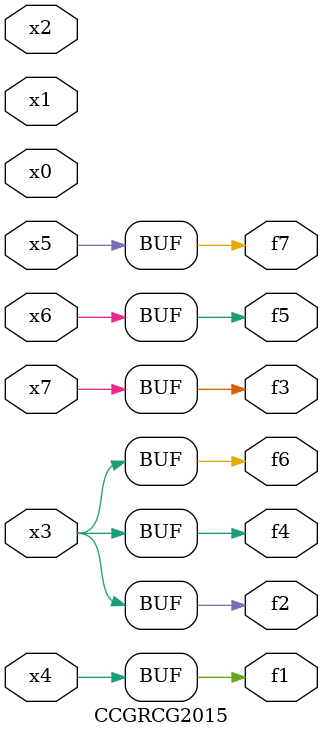
<source format=v>
module CCGRCG2015(
	input x0, x1, x2, x3, x4, x5, x6, x7,
	output f1, f2, f3, f4, f5, f6, f7
);
	assign f1 = x4;
	assign f2 = x3;
	assign f3 = x7;
	assign f4 = x3;
	assign f5 = x6;
	assign f6 = x3;
	assign f7 = x5;
endmodule

</source>
